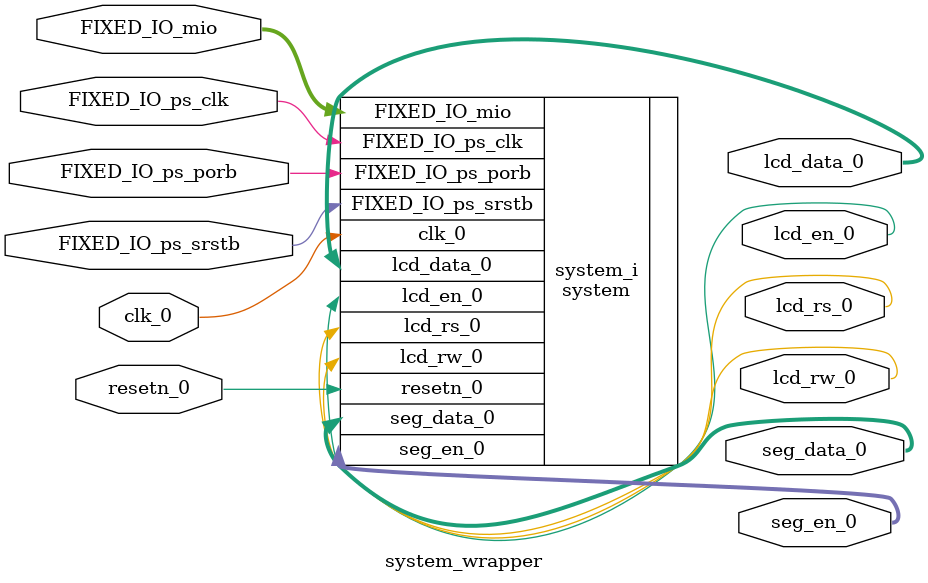
<source format=v>
`timescale 1 ps / 1 ps

module system_wrapper
   (FIXED_IO_mio,
    FIXED_IO_ps_clk,
    FIXED_IO_ps_porb,
    FIXED_IO_ps_srstb,
    clk_0,
    lcd_data_0,
    lcd_en_0,
    lcd_rs_0,
    lcd_rw_0,
    resetn_0,
    seg_data_0,
    seg_en_0);
  inout [53:0]FIXED_IO_mio;
  inout FIXED_IO_ps_clk;
  inout FIXED_IO_ps_porb;
  inout FIXED_IO_ps_srstb;
  input clk_0;
  output [7:0]lcd_data_0;
  output lcd_en_0;
  output lcd_rs_0;
  output lcd_rw_0;
  input resetn_0;
  output [7:0]seg_data_0;
  output [7:0]seg_en_0;

  wire [53:0]FIXED_IO_mio;
  wire FIXED_IO_ps_clk;
  wire FIXED_IO_ps_porb;
  wire FIXED_IO_ps_srstb;
  wire clk_0;
  wire [7:0]lcd_data_0;
  wire lcd_en_0;
  wire lcd_rs_0;
  wire lcd_rw_0;
  wire resetn_0;
  wire [7:0]seg_data_0;
  wire [7:0]seg_en_0;

  system system_i
       (.FIXED_IO_mio(FIXED_IO_mio),
        .FIXED_IO_ps_clk(FIXED_IO_ps_clk),
        .FIXED_IO_ps_porb(FIXED_IO_ps_porb),
        .FIXED_IO_ps_srstb(FIXED_IO_ps_srstb),
        .clk_0(clk_0),
        .lcd_data_0(lcd_data_0),
        .lcd_en_0(lcd_en_0),
        .lcd_rs_0(lcd_rs_0),
        .lcd_rw_0(lcd_rw_0),
        .resetn_0(resetn_0),
        .seg_data_0(seg_data_0),
        .seg_en_0(seg_en_0));
endmodule

</source>
